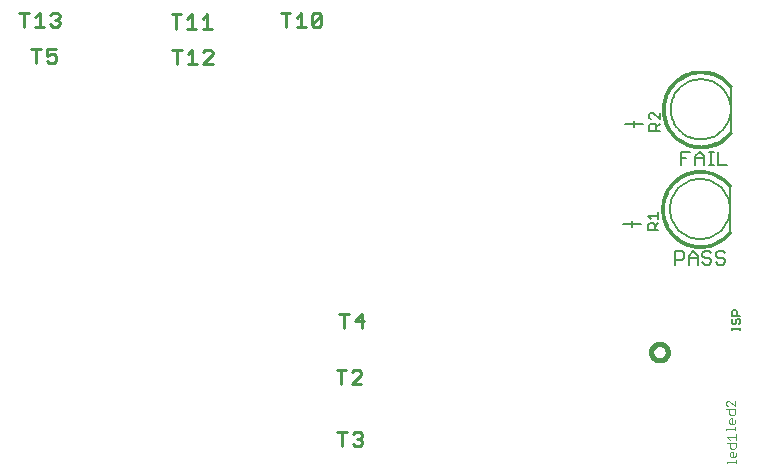
<source format=gto>
G75*
%MOIN*%
%OFA0B0*%
%FSLAX24Y24*%
%IPPOS*%
%LPD*%
%AMOC8*
5,1,8,0,0,1.08239X$1,22.5*
%
%ADD10C,0.0160*%
%ADD11C,0.0030*%
%ADD12C,0.0050*%
%ADD13C,0.0090*%
%ADD14C,0.0080*%
%ADD15C,0.0010*%
%ADD16C,0.0060*%
D10*
X021563Y007050D02*
X021565Y007083D01*
X021571Y007115D01*
X021580Y007146D01*
X021593Y007176D01*
X021610Y007204D01*
X021630Y007230D01*
X021652Y007253D01*
X021678Y007273D01*
X021705Y007291D01*
X021735Y007305D01*
X021766Y007315D01*
X021797Y007322D01*
X021830Y007325D01*
X021862Y007324D01*
X021895Y007319D01*
X021926Y007311D01*
X021956Y007298D01*
X021985Y007283D01*
X022011Y007264D01*
X022035Y007242D01*
X022057Y007217D01*
X022075Y007190D01*
X022090Y007161D01*
X022101Y007130D01*
X022109Y007099D01*
X022113Y007066D01*
X022113Y007034D01*
X022109Y007001D01*
X022101Y006970D01*
X022090Y006939D01*
X022075Y006910D01*
X022057Y006883D01*
X022035Y006858D01*
X022011Y006836D01*
X021985Y006817D01*
X021956Y006802D01*
X021926Y006789D01*
X021895Y006781D01*
X021862Y006776D01*
X021830Y006775D01*
X021797Y006778D01*
X021766Y006785D01*
X021735Y006795D01*
X021705Y006809D01*
X021678Y006827D01*
X021652Y006847D01*
X021630Y006870D01*
X021610Y006896D01*
X021593Y006924D01*
X021580Y006954D01*
X021571Y006985D01*
X021565Y007017D01*
X021563Y007050D01*
D11*
X024067Y005387D02*
X024067Y005291D01*
X024116Y005242D01*
X024164Y005141D02*
X024164Y004996D01*
X024212Y004948D01*
X024309Y004948D01*
X024358Y004996D01*
X024358Y005141D01*
X024067Y005141D01*
X024067Y005387D02*
X024116Y005436D01*
X024164Y005436D01*
X024358Y005242D01*
X024358Y005436D01*
X024261Y004846D02*
X024261Y004653D01*
X024309Y004653D02*
X024212Y004653D01*
X024164Y004701D01*
X024164Y004798D01*
X024212Y004846D01*
X024261Y004846D01*
X024358Y004798D02*
X024358Y004701D01*
X024309Y004653D01*
X024358Y004553D02*
X024358Y004456D01*
X024358Y004505D02*
X024067Y004505D01*
X024067Y004456D01*
X024382Y004328D02*
X024382Y004135D01*
X024382Y004232D02*
X024092Y004232D01*
X024189Y004135D01*
X024189Y004034D02*
X024189Y003889D01*
X024237Y003840D01*
X024334Y003840D01*
X024382Y003889D01*
X024382Y004034D01*
X024092Y004034D01*
X024237Y003739D02*
X024285Y003739D01*
X024285Y003546D01*
X024237Y003546D02*
X024189Y003594D01*
X024189Y003691D01*
X024237Y003739D01*
X024382Y003691D02*
X024382Y003594D01*
X024334Y003546D01*
X024237Y003546D01*
X024382Y003446D02*
X024382Y003349D01*
X024382Y003398D02*
X024092Y003398D01*
X024092Y003349D01*
D12*
X024255Y007779D02*
X024255Y007870D01*
X024255Y007825D02*
X024525Y007825D01*
X024525Y007870D02*
X024525Y007779D01*
X024480Y007976D02*
X024525Y008021D01*
X024525Y008111D01*
X024480Y008156D01*
X024435Y008156D01*
X024390Y008111D01*
X024390Y008021D01*
X024345Y007976D01*
X024300Y007976D01*
X024255Y008021D01*
X024255Y008111D01*
X024300Y008156D01*
X024255Y008271D02*
X024255Y008406D01*
X024300Y008451D01*
X024390Y008451D01*
X024435Y008406D01*
X024435Y008271D01*
X024525Y008271D02*
X024255Y008271D01*
X023957Y009967D02*
X023807Y009967D01*
X023732Y010042D01*
X023571Y010042D02*
X023571Y010117D01*
X023496Y010192D01*
X023346Y010192D01*
X023271Y010267D01*
X023271Y010342D01*
X023346Y010417D01*
X023496Y010417D01*
X023571Y010342D01*
X023732Y010342D02*
X023732Y010267D01*
X023807Y010192D01*
X023957Y010192D01*
X024032Y010117D01*
X024032Y010042D01*
X023957Y009967D01*
X024032Y010342D02*
X023957Y010417D01*
X023807Y010417D01*
X023732Y010342D01*
X023571Y010042D02*
X023496Y009967D01*
X023346Y009967D01*
X023271Y010042D01*
X023111Y009967D02*
X023111Y010267D01*
X022961Y010417D01*
X022811Y010267D01*
X022811Y009967D01*
X022811Y010192D02*
X023111Y010192D01*
X022651Y010192D02*
X022651Y010342D01*
X022576Y010417D01*
X022350Y010417D01*
X022350Y009967D01*
X022350Y010117D02*
X022576Y010117D01*
X022651Y010192D01*
X022572Y013289D02*
X022572Y013739D01*
X022872Y013739D01*
X023032Y013589D02*
X023182Y013739D01*
X023332Y013589D01*
X023332Y013289D01*
X023493Y013289D02*
X023643Y013289D01*
X023568Y013289D02*
X023568Y013739D01*
X023493Y013739D02*
X023643Y013739D01*
X023800Y013739D02*
X023800Y013289D01*
X024100Y013289D01*
X023332Y013514D02*
X023032Y013514D01*
X023032Y013589D02*
X023032Y013289D01*
X022722Y013514D02*
X022572Y013514D01*
D13*
X011253Y004391D02*
X011253Y003921D01*
X011611Y003999D02*
X011690Y003921D01*
X011847Y003921D01*
X011925Y003999D01*
X011925Y004077D01*
X011847Y004156D01*
X011768Y004156D01*
X011847Y004156D02*
X011925Y004234D01*
X011925Y004313D01*
X011847Y004391D01*
X011690Y004391D01*
X011611Y004313D01*
X011409Y004391D02*
X011096Y004391D01*
X011233Y005992D02*
X011233Y006463D01*
X011076Y006463D02*
X011390Y006463D01*
X011592Y006384D02*
X011670Y006463D01*
X011827Y006463D01*
X011905Y006384D01*
X011905Y006306D01*
X011592Y005992D01*
X011905Y005992D01*
X011925Y007848D02*
X011925Y008318D01*
X011690Y008083D01*
X012004Y008083D01*
X011488Y008318D02*
X011174Y008318D01*
X011331Y008318D02*
X011331Y007848D01*
X006942Y016668D02*
X006628Y016668D01*
X006942Y016981D01*
X006942Y017060D01*
X006864Y017138D01*
X006707Y017138D01*
X006628Y017060D01*
X006269Y017138D02*
X006269Y016668D01*
X006113Y016668D02*
X006426Y016668D01*
X006113Y016981D02*
X006269Y017138D01*
X005911Y017138D02*
X005597Y017138D01*
X005754Y017138D02*
X005754Y016668D01*
X005734Y017839D02*
X005734Y018309D01*
X005577Y018309D02*
X005891Y018309D01*
X006093Y018152D02*
X006250Y018309D01*
X006250Y017839D01*
X006093Y017839D02*
X006407Y017839D01*
X006609Y017839D02*
X006922Y017839D01*
X006765Y017839D02*
X006765Y018309D01*
X006609Y018152D01*
X009227Y018356D02*
X009540Y018356D01*
X009383Y018356D02*
X009383Y017885D01*
X009742Y017885D02*
X010056Y017885D01*
X009899Y017885D02*
X009899Y018356D01*
X009742Y018199D01*
X010258Y018277D02*
X010258Y017964D01*
X010572Y018277D01*
X010572Y017964D01*
X010493Y017885D01*
X010336Y017885D01*
X010258Y017964D01*
X010258Y018277D02*
X010336Y018356D01*
X010493Y018356D01*
X010572Y018277D01*
X001850Y018294D02*
X001850Y018215D01*
X001772Y018137D01*
X001850Y018059D01*
X001850Y017980D01*
X001772Y017902D01*
X001615Y017902D01*
X001536Y017980D01*
X001334Y017902D02*
X001021Y017902D01*
X001178Y017902D02*
X001178Y018372D01*
X001021Y018215D01*
X000819Y018372D02*
X000505Y018372D01*
X000662Y018372D02*
X000662Y017902D01*
X000899Y017152D02*
X001212Y017152D01*
X001056Y017152D02*
X001056Y016681D01*
X001415Y016760D02*
X001493Y016681D01*
X001650Y016681D01*
X001728Y016760D01*
X001728Y016917D01*
X001650Y016995D01*
X001571Y016995D01*
X001415Y016917D01*
X001415Y017152D01*
X001728Y017152D01*
X001772Y018137D02*
X001693Y018137D01*
X001536Y018294D02*
X001615Y018372D01*
X001772Y018372D01*
X001850Y018294D01*
D14*
X020677Y014645D02*
X020977Y014645D01*
X020977Y014745D01*
X020977Y014645D02*
X020977Y014545D01*
X020977Y014645D02*
X021277Y014645D01*
X024216Y014395D02*
X024216Y015895D01*
X024191Y012573D02*
X024191Y011073D01*
X021228Y011323D02*
X020928Y011323D01*
X020928Y011423D01*
X020928Y011323D02*
X020628Y011323D01*
X020928Y011323D02*
X020928Y011223D01*
D15*
X024223Y012603D02*
X024151Y012549D01*
X024152Y012550D02*
X024109Y012603D01*
X024064Y012654D01*
X024015Y012702D01*
X023964Y012747D01*
X023910Y012790D01*
X023854Y012829D01*
X023796Y012865D01*
X023736Y012898D01*
X023675Y012927D01*
X023611Y012952D01*
X023547Y012974D01*
X023481Y012993D01*
X023414Y013007D01*
X023347Y013018D01*
X023279Y013025D01*
X023211Y013028D01*
X023142Y013027D01*
X023074Y013022D01*
X023006Y013014D01*
X022939Y013001D01*
X022873Y012985D01*
X022808Y012965D01*
X022743Y012942D01*
X022681Y012915D01*
X022620Y012884D01*
X022561Y012850D01*
X022503Y012813D01*
X022448Y012772D01*
X022396Y012728D01*
X022346Y012682D01*
X022299Y012633D01*
X022254Y012581D01*
X022213Y012527D01*
X022174Y012470D01*
X022139Y012411D01*
X022108Y012351D01*
X022080Y012289D01*
X022055Y012225D01*
X022034Y012160D01*
X022017Y012094D01*
X022003Y012027D01*
X021994Y011959D01*
X021988Y011891D01*
X021986Y011823D01*
X021988Y011755D01*
X021994Y011687D01*
X022003Y011619D01*
X022017Y011552D01*
X022034Y011486D01*
X022055Y011421D01*
X022080Y011357D01*
X022108Y011295D01*
X022139Y011235D01*
X022174Y011176D01*
X022213Y011119D01*
X022254Y011065D01*
X022299Y011013D01*
X022346Y010964D01*
X022396Y010918D01*
X022448Y010874D01*
X022503Y010833D01*
X022561Y010796D01*
X022620Y010762D01*
X022681Y010731D01*
X022743Y010704D01*
X022808Y010681D01*
X022873Y010661D01*
X022939Y010645D01*
X023006Y010632D01*
X023074Y010624D01*
X023142Y010619D01*
X023211Y010618D01*
X023279Y010621D01*
X023347Y010628D01*
X023414Y010639D01*
X023481Y010653D01*
X023547Y010672D01*
X023611Y010694D01*
X023675Y010719D01*
X023736Y010748D01*
X023796Y010781D01*
X023854Y010817D01*
X023910Y010856D01*
X023964Y010899D01*
X024015Y010944D01*
X024064Y010992D01*
X024109Y011043D01*
X024152Y011096D01*
X024223Y011043D01*
X024224Y011042D01*
X024180Y010987D01*
X024132Y010934D01*
X024082Y010883D01*
X024029Y010836D01*
X023974Y010792D01*
X023916Y010750D01*
X023856Y010712D01*
X023795Y010677D01*
X023731Y010646D01*
X023666Y010618D01*
X023599Y010594D01*
X023531Y010573D01*
X023462Y010557D01*
X023392Y010544D01*
X023322Y010535D01*
X023251Y010529D01*
X023180Y010528D01*
X023109Y010531D01*
X023038Y010537D01*
X022968Y010547D01*
X022899Y010561D01*
X022830Y010579D01*
X022762Y010601D01*
X022696Y010626D01*
X022631Y010655D01*
X022568Y010688D01*
X022507Y010724D01*
X022448Y010763D01*
X022391Y010805D01*
X022336Y010850D01*
X022284Y010899D01*
X022235Y010950D01*
X022188Y011003D01*
X022145Y011060D01*
X022105Y011118D01*
X022068Y011179D01*
X022034Y011241D01*
X022004Y011305D01*
X021977Y011371D01*
X021954Y011438D01*
X021935Y011507D01*
X021920Y011576D01*
X021908Y011646D01*
X021900Y011717D01*
X021896Y011788D01*
X021896Y011858D01*
X021900Y011929D01*
X021908Y012000D01*
X021920Y012070D01*
X021935Y012139D01*
X021954Y012208D01*
X021977Y012275D01*
X022004Y012341D01*
X022034Y012405D01*
X022068Y012467D01*
X022105Y012528D01*
X022145Y012586D01*
X022188Y012643D01*
X022235Y012696D01*
X022284Y012747D01*
X022336Y012796D01*
X022391Y012841D01*
X022448Y012883D01*
X022507Y012922D01*
X022568Y012958D01*
X022631Y012991D01*
X022696Y013020D01*
X022762Y013045D01*
X022830Y013067D01*
X022899Y013085D01*
X022968Y013099D01*
X023038Y013109D01*
X023109Y013115D01*
X023180Y013118D01*
X023251Y013117D01*
X023322Y013111D01*
X023392Y013102D01*
X023462Y013089D01*
X023531Y013073D01*
X023599Y013052D01*
X023666Y013028D01*
X023731Y013000D01*
X023795Y012969D01*
X023856Y012934D01*
X023916Y012896D01*
X023974Y012854D01*
X024029Y012810D01*
X024082Y012763D01*
X024132Y012712D01*
X024180Y012659D01*
X024224Y012604D01*
X024217Y012599D01*
X024172Y012654D01*
X024125Y012707D01*
X024074Y012758D01*
X024021Y012805D01*
X023965Y012850D01*
X023907Y012891D01*
X023847Y012929D01*
X023785Y012964D01*
X023721Y012995D01*
X023655Y013022D01*
X023588Y013046D01*
X023519Y013066D01*
X023450Y013083D01*
X023380Y013095D01*
X023309Y013104D01*
X023238Y013108D01*
X023167Y013109D01*
X023096Y013105D01*
X023025Y013098D01*
X022954Y013087D01*
X022885Y013072D01*
X022816Y013053D01*
X022748Y013030D01*
X022682Y013004D01*
X022617Y012974D01*
X022555Y012940D01*
X022494Y012904D01*
X022435Y012863D01*
X022378Y012820D01*
X022324Y012773D01*
X022273Y012724D01*
X022225Y012671D01*
X022179Y012617D01*
X022137Y012559D01*
X022098Y012500D01*
X022062Y012438D01*
X022029Y012375D01*
X022001Y012310D01*
X021975Y012243D01*
X021954Y012175D01*
X021936Y012106D01*
X021923Y012036D01*
X021913Y011965D01*
X021907Y011894D01*
X021905Y011823D01*
X021907Y011752D01*
X021913Y011681D01*
X021923Y011610D01*
X021936Y011540D01*
X021954Y011471D01*
X021975Y011403D01*
X022001Y011336D01*
X022029Y011271D01*
X022062Y011208D01*
X022098Y011146D01*
X022137Y011087D01*
X022179Y011029D01*
X022225Y010975D01*
X022273Y010922D01*
X022324Y010873D01*
X022378Y010826D01*
X022435Y010783D01*
X022494Y010742D01*
X022555Y010706D01*
X022617Y010672D01*
X022682Y010642D01*
X022748Y010616D01*
X022816Y010593D01*
X022885Y010574D01*
X022954Y010559D01*
X023025Y010548D01*
X023096Y010541D01*
X023167Y010537D01*
X023238Y010538D01*
X023309Y010542D01*
X023380Y010551D01*
X023450Y010563D01*
X023519Y010580D01*
X023588Y010600D01*
X023655Y010624D01*
X023721Y010651D01*
X023785Y010682D01*
X023847Y010717D01*
X023907Y010755D01*
X023965Y010796D01*
X024021Y010841D01*
X024074Y010888D01*
X024125Y010939D01*
X024172Y010992D01*
X024217Y011047D01*
X024210Y011053D01*
X024165Y010998D01*
X024118Y010945D01*
X024068Y010895D01*
X024015Y010848D01*
X023960Y010804D01*
X023902Y010762D01*
X023843Y010725D01*
X023781Y010690D01*
X023717Y010659D01*
X023652Y010632D01*
X023585Y010608D01*
X023517Y010588D01*
X023448Y010572D01*
X023379Y010560D01*
X023308Y010551D01*
X023238Y010547D01*
X023167Y010546D01*
X023096Y010550D01*
X023026Y010557D01*
X022956Y010568D01*
X022887Y010583D01*
X022819Y010602D01*
X022751Y010624D01*
X022686Y010650D01*
X022621Y010680D01*
X022559Y010713D01*
X022499Y010750D01*
X022440Y010790D01*
X022384Y010833D01*
X022330Y010879D01*
X022280Y010929D01*
X022231Y010980D01*
X022186Y011035D01*
X022144Y011092D01*
X022105Y011151D01*
X022070Y011212D01*
X022037Y011275D01*
X022009Y011340D01*
X021984Y011406D01*
X021963Y011474D01*
X021945Y011542D01*
X021932Y011612D01*
X021922Y011682D01*
X021916Y011752D01*
X021914Y011823D01*
X021916Y011894D01*
X021922Y011964D01*
X021932Y012034D01*
X021945Y012104D01*
X021963Y012172D01*
X021984Y012240D01*
X022009Y012306D01*
X022037Y012371D01*
X022070Y012434D01*
X022105Y012495D01*
X022144Y012554D01*
X022186Y012611D01*
X022231Y012666D01*
X022280Y012717D01*
X022330Y012767D01*
X022384Y012813D01*
X022440Y012856D01*
X022499Y012896D01*
X022559Y012933D01*
X022621Y012966D01*
X022686Y012996D01*
X022751Y013022D01*
X022819Y013044D01*
X022887Y013063D01*
X022956Y013078D01*
X023026Y013089D01*
X023096Y013096D01*
X023167Y013100D01*
X023238Y013099D01*
X023308Y013095D01*
X023379Y013086D01*
X023448Y013074D01*
X023517Y013058D01*
X023585Y013038D01*
X023652Y013014D01*
X023717Y012987D01*
X023781Y012956D01*
X023843Y012921D01*
X023902Y012884D01*
X023960Y012842D01*
X024015Y012798D01*
X024068Y012751D01*
X024118Y012701D01*
X024165Y012648D01*
X024210Y012593D01*
X024202Y012588D01*
X024158Y012643D01*
X024110Y012696D01*
X024060Y012746D01*
X024007Y012794D01*
X023951Y012838D01*
X023893Y012879D01*
X023833Y012916D01*
X023771Y012951D01*
X023707Y012981D01*
X023641Y013008D01*
X023574Y013032D01*
X023506Y013051D01*
X023436Y013067D01*
X023366Y013079D01*
X023296Y013087D01*
X023225Y013091D01*
X023154Y013090D01*
X023083Y013086D01*
X023012Y013078D01*
X022942Y013066D01*
X022873Y013050D01*
X022805Y013031D01*
X022737Y013007D01*
X022672Y012980D01*
X022608Y012949D01*
X022546Y012915D01*
X022486Y012877D01*
X022428Y012835D01*
X022372Y012791D01*
X022319Y012744D01*
X022269Y012693D01*
X022222Y012640D01*
X022177Y012585D01*
X022136Y012527D01*
X022099Y012467D01*
X022064Y012404D01*
X022033Y012340D01*
X022006Y012275D01*
X021983Y012208D01*
X021963Y012139D01*
X021947Y012070D01*
X021935Y012000D01*
X021927Y011929D01*
X021923Y011859D01*
X021923Y011787D01*
X021927Y011717D01*
X021935Y011646D01*
X021947Y011576D01*
X021963Y011507D01*
X021983Y011438D01*
X022006Y011371D01*
X022033Y011306D01*
X022064Y011242D01*
X022099Y011179D01*
X022136Y011119D01*
X022177Y011061D01*
X022222Y011006D01*
X022269Y010953D01*
X022319Y010902D01*
X022372Y010855D01*
X022428Y010811D01*
X022486Y010769D01*
X022546Y010731D01*
X022608Y010697D01*
X022672Y010666D01*
X022737Y010639D01*
X022805Y010615D01*
X022873Y010596D01*
X022942Y010580D01*
X023012Y010568D01*
X023083Y010560D01*
X023154Y010556D01*
X023225Y010555D01*
X023296Y010559D01*
X023366Y010567D01*
X023436Y010579D01*
X023506Y010595D01*
X023574Y010614D01*
X023641Y010638D01*
X023707Y010665D01*
X023771Y010695D01*
X023833Y010730D01*
X023893Y010767D01*
X023951Y010808D01*
X024007Y010852D01*
X024060Y010900D01*
X024110Y010950D01*
X024158Y011003D01*
X024202Y011058D01*
X024195Y011064D01*
X024151Y011009D01*
X024104Y010956D01*
X024054Y010906D01*
X024001Y010859D01*
X023946Y010815D01*
X023888Y010775D01*
X023829Y010737D01*
X023767Y010703D01*
X023703Y010673D01*
X023638Y010646D01*
X023571Y010623D01*
X023503Y010603D01*
X023435Y010588D01*
X023365Y010576D01*
X023295Y010568D01*
X023224Y010564D01*
X023154Y010565D01*
X023083Y010569D01*
X023013Y010577D01*
X022944Y010589D01*
X022875Y010604D01*
X022807Y010624D01*
X022741Y010647D01*
X022676Y010674D01*
X022612Y010705D01*
X022550Y010739D01*
X022491Y010777D01*
X022433Y010818D01*
X022378Y010862D01*
X022325Y010909D01*
X022276Y010959D01*
X022229Y011011D01*
X022185Y011067D01*
X022144Y011124D01*
X022106Y011184D01*
X022072Y011246D01*
X022042Y011309D01*
X022015Y011374D01*
X021991Y011441D01*
X021972Y011509D01*
X021956Y011578D01*
X021944Y011647D01*
X021936Y011717D01*
X021932Y011788D01*
X021932Y011858D01*
X021936Y011929D01*
X021944Y011999D01*
X021956Y012068D01*
X021972Y012137D01*
X021991Y012205D01*
X022015Y012272D01*
X022042Y012337D01*
X022072Y012400D01*
X022106Y012462D01*
X022144Y012522D01*
X022185Y012579D01*
X022229Y012635D01*
X022276Y012687D01*
X022325Y012737D01*
X022378Y012784D01*
X022433Y012828D01*
X022491Y012869D01*
X022550Y012907D01*
X022612Y012941D01*
X022676Y012972D01*
X022741Y012999D01*
X022807Y013022D01*
X022875Y013042D01*
X022944Y013057D01*
X023013Y013069D01*
X023083Y013077D01*
X023154Y013081D01*
X023224Y013082D01*
X023295Y013078D01*
X023365Y013070D01*
X023435Y013058D01*
X023503Y013043D01*
X023571Y013023D01*
X023638Y013000D01*
X023703Y012973D01*
X023767Y012943D01*
X023829Y012909D01*
X023888Y012871D01*
X023946Y012831D01*
X024001Y012787D01*
X024054Y012740D01*
X024104Y012690D01*
X024151Y012637D01*
X024195Y012582D01*
X024188Y012577D01*
X024144Y012632D01*
X024097Y012684D01*
X024048Y012733D01*
X023995Y012780D01*
X023941Y012823D01*
X023883Y012864D01*
X023824Y012901D01*
X023763Y012935D01*
X023699Y012965D01*
X023635Y012992D01*
X023568Y013015D01*
X023501Y013034D01*
X023433Y013049D01*
X023364Y013061D01*
X023294Y013069D01*
X023224Y013073D01*
X023154Y013072D01*
X023084Y013068D01*
X023015Y013060D01*
X022946Y013049D01*
X022877Y013033D01*
X022810Y013014D01*
X022744Y012990D01*
X022679Y012963D01*
X022616Y012933D01*
X022555Y012899D01*
X022496Y012862D01*
X022438Y012821D01*
X022384Y012777D01*
X022332Y012731D01*
X022282Y012681D01*
X022235Y012629D01*
X022192Y012574D01*
X022151Y012517D01*
X022114Y012458D01*
X022080Y012396D01*
X022050Y012333D01*
X022023Y012268D01*
X022000Y012202D01*
X021981Y012135D01*
X021965Y012067D01*
X021953Y011998D01*
X021945Y011928D01*
X021941Y011858D01*
X021941Y011788D01*
X021945Y011718D01*
X021953Y011648D01*
X021965Y011579D01*
X021981Y011511D01*
X022000Y011444D01*
X022023Y011378D01*
X022050Y011313D01*
X022080Y011250D01*
X022114Y011188D01*
X022151Y011129D01*
X022192Y011072D01*
X022235Y011017D01*
X022282Y010965D01*
X022332Y010915D01*
X022384Y010869D01*
X022438Y010825D01*
X022496Y010784D01*
X022555Y010747D01*
X022616Y010713D01*
X022679Y010683D01*
X022744Y010656D01*
X022810Y010632D01*
X022877Y010613D01*
X022946Y010597D01*
X023015Y010586D01*
X023084Y010578D01*
X023154Y010574D01*
X023224Y010573D01*
X023294Y010577D01*
X023364Y010585D01*
X023433Y010597D01*
X023501Y010612D01*
X023568Y010631D01*
X023635Y010654D01*
X023699Y010681D01*
X023763Y010711D01*
X023824Y010745D01*
X023883Y010782D01*
X023941Y010823D01*
X023995Y010866D01*
X024048Y010913D01*
X024097Y010962D01*
X024144Y011014D01*
X024188Y011069D01*
X024181Y011074D01*
X024137Y011020D01*
X024091Y010968D01*
X024042Y010919D01*
X023990Y010873D01*
X023935Y010830D01*
X023878Y010790D01*
X023819Y010753D01*
X023758Y010719D01*
X023696Y010689D01*
X023631Y010663D01*
X023566Y010640D01*
X023499Y010621D01*
X023431Y010605D01*
X023362Y010594D01*
X023293Y010586D01*
X023224Y010582D01*
X023154Y010583D01*
X023085Y010587D01*
X023016Y010594D01*
X022947Y010606D01*
X022880Y010622D01*
X022813Y010641D01*
X022747Y010664D01*
X022683Y010691D01*
X022620Y010721D01*
X022559Y010755D01*
X022501Y010792D01*
X022444Y010832D01*
X022390Y010875D01*
X022338Y010922D01*
X022289Y010971D01*
X022242Y011023D01*
X022199Y011077D01*
X022159Y011134D01*
X022122Y011193D01*
X022088Y011254D01*
X022058Y011317D01*
X022031Y011381D01*
X022008Y011446D01*
X021989Y011513D01*
X021974Y011581D01*
X021962Y011650D01*
X021954Y011719D01*
X021950Y011788D01*
X021950Y011858D01*
X021954Y011927D01*
X021962Y011996D01*
X021974Y012065D01*
X021989Y012133D01*
X022008Y012200D01*
X022031Y012265D01*
X022058Y012329D01*
X022088Y012392D01*
X022122Y012453D01*
X022159Y012512D01*
X022199Y012569D01*
X022242Y012623D01*
X022289Y012675D01*
X022338Y012724D01*
X022390Y012771D01*
X022444Y012814D01*
X022501Y012854D01*
X022559Y012891D01*
X022620Y012925D01*
X022683Y012955D01*
X022747Y012982D01*
X022813Y013005D01*
X022880Y013024D01*
X022947Y013040D01*
X023016Y013052D01*
X023085Y013059D01*
X023154Y013063D01*
X023224Y013064D01*
X023293Y013060D01*
X023362Y013052D01*
X023431Y013041D01*
X023499Y013025D01*
X023566Y013006D01*
X023631Y012983D01*
X023696Y012957D01*
X023758Y012927D01*
X023819Y012893D01*
X023878Y012856D01*
X023935Y012816D01*
X023990Y012773D01*
X024042Y012727D01*
X024091Y012678D01*
X024137Y012626D01*
X024181Y012572D01*
X024174Y012566D01*
X024130Y012620D01*
X024084Y012671D01*
X024035Y012720D01*
X023984Y012766D01*
X023930Y012809D01*
X023873Y012849D01*
X023815Y012885D01*
X023754Y012919D01*
X023692Y012949D01*
X023628Y012975D01*
X023563Y012997D01*
X023497Y013016D01*
X023429Y013032D01*
X023361Y013043D01*
X023293Y013051D01*
X023224Y013055D01*
X023155Y013054D01*
X023086Y013050D01*
X023017Y013043D01*
X022949Y013031D01*
X022882Y013016D01*
X022815Y012996D01*
X022750Y012973D01*
X022687Y012947D01*
X022624Y012917D01*
X022564Y012884D01*
X022506Y012847D01*
X022449Y012807D01*
X022395Y012764D01*
X022344Y012718D01*
X022295Y012669D01*
X022249Y012617D01*
X022206Y012563D01*
X022166Y012507D01*
X022130Y012448D01*
X022096Y012388D01*
X022066Y012326D01*
X022040Y012262D01*
X022017Y012197D01*
X021998Y012130D01*
X021983Y012063D01*
X021971Y011995D01*
X021963Y011926D01*
X021959Y011858D01*
X021959Y011788D01*
X021963Y011720D01*
X021971Y011651D01*
X021983Y011583D01*
X021998Y011516D01*
X022017Y011449D01*
X022040Y011384D01*
X022066Y011320D01*
X022096Y011258D01*
X022130Y011198D01*
X022166Y011139D01*
X022206Y011083D01*
X022249Y011029D01*
X022295Y010977D01*
X022344Y010928D01*
X022395Y010882D01*
X022449Y010839D01*
X022506Y010799D01*
X022564Y010762D01*
X022624Y010729D01*
X022687Y010699D01*
X022750Y010673D01*
X022815Y010650D01*
X022882Y010630D01*
X022949Y010615D01*
X023017Y010603D01*
X023086Y010596D01*
X023155Y010592D01*
X023224Y010591D01*
X023293Y010595D01*
X023361Y010603D01*
X023429Y010614D01*
X023497Y010630D01*
X023563Y010649D01*
X023628Y010671D01*
X023692Y010697D01*
X023754Y010727D01*
X023815Y010761D01*
X023873Y010797D01*
X023930Y010837D01*
X023984Y010880D01*
X024035Y010926D01*
X024084Y010975D01*
X024130Y011026D01*
X024174Y011080D01*
X024166Y011085D01*
X024123Y011031D01*
X024077Y010980D01*
X024027Y010931D01*
X023976Y010885D01*
X023921Y010842D01*
X023864Y010802D01*
X023806Y010766D01*
X023745Y010732D01*
X023682Y010703D01*
X023618Y010677D01*
X023552Y010655D01*
X023485Y010636D01*
X023418Y010621D01*
X023349Y010610D01*
X023280Y010603D01*
X023211Y010600D01*
X023142Y010601D01*
X023072Y010606D01*
X023004Y010614D01*
X022936Y010627D01*
X022868Y010643D01*
X022802Y010664D01*
X022737Y010687D01*
X022673Y010715D01*
X022611Y010746D01*
X022551Y010781D01*
X022493Y010819D01*
X022437Y010860D01*
X022384Y010904D01*
X022333Y010951D01*
X022285Y011001D01*
X022240Y011054D01*
X022198Y011109D01*
X022159Y011166D01*
X022124Y011226D01*
X022092Y011287D01*
X022063Y011350D01*
X022038Y011415D01*
X022017Y011481D01*
X021999Y011548D01*
X021986Y011616D01*
X021976Y011685D01*
X021970Y011754D01*
X021968Y011823D01*
X021970Y011892D01*
X021976Y011961D01*
X021986Y012030D01*
X021999Y012098D01*
X022017Y012165D01*
X022038Y012231D01*
X022063Y012296D01*
X022092Y012359D01*
X022124Y012420D01*
X022159Y012480D01*
X022198Y012537D01*
X022240Y012592D01*
X022285Y012645D01*
X022333Y012695D01*
X022384Y012742D01*
X022437Y012786D01*
X022493Y012827D01*
X022551Y012865D01*
X022611Y012900D01*
X022673Y012931D01*
X022737Y012959D01*
X022802Y012982D01*
X022868Y013003D01*
X022936Y013019D01*
X023004Y013032D01*
X023072Y013040D01*
X023142Y013045D01*
X023211Y013046D01*
X023280Y013043D01*
X023349Y013036D01*
X023418Y013025D01*
X023485Y013010D01*
X023552Y012991D01*
X023618Y012969D01*
X023682Y012943D01*
X023745Y012914D01*
X023806Y012880D01*
X023864Y012844D01*
X023921Y012804D01*
X023976Y012761D01*
X024027Y012715D01*
X024077Y012666D01*
X024123Y012615D01*
X024166Y012561D01*
X024159Y012555D01*
X024116Y012609D01*
X024070Y012660D01*
X024021Y012709D01*
X023970Y012754D01*
X023916Y012797D01*
X023859Y012836D01*
X023801Y012873D01*
X023741Y012906D01*
X023678Y012935D01*
X023615Y012961D01*
X023549Y012983D01*
X023483Y013001D01*
X023416Y013016D01*
X023348Y013027D01*
X023279Y013034D01*
X023211Y013037D01*
X023142Y013036D01*
X023073Y013031D01*
X023005Y013023D01*
X022937Y013010D01*
X022871Y012994D01*
X022805Y012974D01*
X022740Y012950D01*
X022677Y012923D01*
X022616Y012892D01*
X022556Y012858D01*
X022498Y012820D01*
X022443Y012779D01*
X022390Y012735D01*
X022340Y012688D01*
X022292Y012639D01*
X022247Y012587D01*
X022205Y012532D01*
X022167Y012475D01*
X022132Y012416D01*
X022100Y012355D01*
X022071Y012292D01*
X022047Y012228D01*
X022025Y012162D01*
X022008Y012096D01*
X021995Y012028D01*
X021985Y011960D01*
X021979Y011892D01*
X021977Y011823D01*
X021979Y011754D01*
X021985Y011686D01*
X021995Y011618D01*
X022008Y011550D01*
X022025Y011484D01*
X022047Y011418D01*
X022071Y011354D01*
X022100Y011291D01*
X022132Y011230D01*
X022167Y011171D01*
X022205Y011114D01*
X022247Y011059D01*
X022292Y011007D01*
X022340Y010958D01*
X022390Y010911D01*
X022443Y010867D01*
X022498Y010826D01*
X022556Y010788D01*
X022616Y010754D01*
X022677Y010723D01*
X022740Y010696D01*
X022805Y010672D01*
X022871Y010652D01*
X022937Y010636D01*
X023005Y010623D01*
X023073Y010615D01*
X023142Y010610D01*
X023211Y010609D01*
X023279Y010612D01*
X023348Y010619D01*
X023416Y010630D01*
X023483Y010645D01*
X023549Y010663D01*
X023615Y010685D01*
X023678Y010711D01*
X023741Y010740D01*
X023801Y010773D01*
X023859Y010810D01*
X023916Y010849D01*
X023970Y010892D01*
X024021Y010937D01*
X024070Y010986D01*
X024116Y011037D01*
X024159Y011091D01*
X024248Y015925D02*
X024176Y015871D01*
X024177Y015872D02*
X024134Y015925D01*
X024089Y015976D01*
X024040Y016024D01*
X023989Y016069D01*
X023935Y016112D01*
X023879Y016151D01*
X023821Y016187D01*
X023761Y016220D01*
X023700Y016249D01*
X023636Y016274D01*
X023572Y016296D01*
X023506Y016315D01*
X023439Y016329D01*
X023372Y016340D01*
X023304Y016347D01*
X023236Y016350D01*
X023167Y016349D01*
X023099Y016344D01*
X023031Y016336D01*
X022964Y016323D01*
X022898Y016307D01*
X022833Y016287D01*
X022768Y016264D01*
X022706Y016237D01*
X022645Y016206D01*
X022586Y016172D01*
X022528Y016135D01*
X022473Y016094D01*
X022421Y016050D01*
X022371Y016004D01*
X022324Y015955D01*
X022279Y015903D01*
X022238Y015849D01*
X022199Y015792D01*
X022164Y015733D01*
X022133Y015673D01*
X022105Y015611D01*
X022080Y015547D01*
X022059Y015482D01*
X022042Y015416D01*
X022028Y015349D01*
X022019Y015281D01*
X022013Y015213D01*
X022011Y015145D01*
X022013Y015077D01*
X022019Y015009D01*
X022028Y014941D01*
X022042Y014874D01*
X022059Y014808D01*
X022080Y014743D01*
X022105Y014679D01*
X022133Y014617D01*
X022164Y014557D01*
X022199Y014498D01*
X022238Y014441D01*
X022279Y014387D01*
X022324Y014335D01*
X022371Y014286D01*
X022421Y014240D01*
X022473Y014196D01*
X022528Y014155D01*
X022586Y014118D01*
X022645Y014084D01*
X022706Y014053D01*
X022768Y014026D01*
X022833Y014003D01*
X022898Y013983D01*
X022964Y013967D01*
X023031Y013954D01*
X023099Y013946D01*
X023167Y013941D01*
X023236Y013940D01*
X023304Y013943D01*
X023372Y013950D01*
X023439Y013961D01*
X023506Y013975D01*
X023572Y013994D01*
X023636Y014016D01*
X023700Y014041D01*
X023761Y014070D01*
X023821Y014103D01*
X023879Y014139D01*
X023935Y014178D01*
X023989Y014221D01*
X024040Y014266D01*
X024089Y014314D01*
X024134Y014365D01*
X024177Y014418D01*
X024248Y014365D01*
X024249Y014364D01*
X024205Y014309D01*
X024157Y014256D01*
X024107Y014205D01*
X024054Y014158D01*
X023999Y014114D01*
X023941Y014072D01*
X023881Y014034D01*
X023820Y013999D01*
X023756Y013968D01*
X023691Y013940D01*
X023624Y013916D01*
X023556Y013895D01*
X023487Y013879D01*
X023417Y013866D01*
X023347Y013857D01*
X023276Y013851D01*
X023205Y013850D01*
X023134Y013853D01*
X023063Y013859D01*
X022993Y013869D01*
X022924Y013883D01*
X022855Y013901D01*
X022787Y013923D01*
X022721Y013948D01*
X022656Y013977D01*
X022593Y014010D01*
X022532Y014046D01*
X022473Y014085D01*
X022416Y014127D01*
X022361Y014172D01*
X022309Y014221D01*
X022260Y014272D01*
X022213Y014325D01*
X022170Y014382D01*
X022130Y014440D01*
X022093Y014501D01*
X022059Y014563D01*
X022029Y014627D01*
X022002Y014693D01*
X021979Y014760D01*
X021960Y014829D01*
X021945Y014898D01*
X021933Y014968D01*
X021925Y015039D01*
X021921Y015110D01*
X021921Y015180D01*
X021925Y015251D01*
X021933Y015322D01*
X021945Y015392D01*
X021960Y015461D01*
X021979Y015530D01*
X022002Y015597D01*
X022029Y015663D01*
X022059Y015727D01*
X022093Y015789D01*
X022130Y015850D01*
X022170Y015908D01*
X022213Y015965D01*
X022260Y016018D01*
X022309Y016069D01*
X022361Y016118D01*
X022416Y016163D01*
X022473Y016205D01*
X022532Y016244D01*
X022593Y016280D01*
X022656Y016313D01*
X022721Y016342D01*
X022787Y016367D01*
X022855Y016389D01*
X022924Y016407D01*
X022993Y016421D01*
X023063Y016431D01*
X023134Y016437D01*
X023205Y016440D01*
X023276Y016439D01*
X023347Y016433D01*
X023417Y016424D01*
X023487Y016411D01*
X023556Y016395D01*
X023624Y016374D01*
X023691Y016350D01*
X023756Y016322D01*
X023820Y016291D01*
X023881Y016256D01*
X023941Y016218D01*
X023999Y016176D01*
X024054Y016132D01*
X024107Y016085D01*
X024157Y016034D01*
X024205Y015981D01*
X024249Y015926D01*
X024242Y015921D01*
X024197Y015976D01*
X024150Y016029D01*
X024099Y016080D01*
X024046Y016127D01*
X023990Y016172D01*
X023932Y016213D01*
X023872Y016251D01*
X023810Y016286D01*
X023746Y016317D01*
X023680Y016344D01*
X023613Y016368D01*
X023544Y016388D01*
X023475Y016405D01*
X023405Y016417D01*
X023334Y016426D01*
X023263Y016430D01*
X023192Y016431D01*
X023121Y016427D01*
X023050Y016420D01*
X022979Y016409D01*
X022910Y016394D01*
X022841Y016375D01*
X022773Y016352D01*
X022707Y016326D01*
X022642Y016296D01*
X022580Y016262D01*
X022519Y016226D01*
X022460Y016185D01*
X022403Y016142D01*
X022349Y016095D01*
X022298Y016046D01*
X022250Y015993D01*
X022204Y015939D01*
X022162Y015881D01*
X022123Y015822D01*
X022087Y015760D01*
X022054Y015697D01*
X022026Y015632D01*
X022000Y015565D01*
X021979Y015497D01*
X021961Y015428D01*
X021948Y015358D01*
X021938Y015287D01*
X021932Y015216D01*
X021930Y015145D01*
X021932Y015074D01*
X021938Y015003D01*
X021948Y014932D01*
X021961Y014862D01*
X021979Y014793D01*
X022000Y014725D01*
X022026Y014658D01*
X022054Y014593D01*
X022087Y014530D01*
X022123Y014468D01*
X022162Y014409D01*
X022204Y014351D01*
X022250Y014297D01*
X022298Y014244D01*
X022349Y014195D01*
X022403Y014148D01*
X022460Y014105D01*
X022519Y014064D01*
X022580Y014028D01*
X022642Y013994D01*
X022707Y013964D01*
X022773Y013938D01*
X022841Y013915D01*
X022910Y013896D01*
X022979Y013881D01*
X023050Y013870D01*
X023121Y013863D01*
X023192Y013859D01*
X023263Y013860D01*
X023334Y013864D01*
X023405Y013873D01*
X023475Y013885D01*
X023544Y013902D01*
X023613Y013922D01*
X023680Y013946D01*
X023746Y013973D01*
X023810Y014004D01*
X023872Y014039D01*
X023932Y014077D01*
X023990Y014118D01*
X024046Y014163D01*
X024099Y014210D01*
X024150Y014261D01*
X024197Y014314D01*
X024242Y014369D01*
X024235Y014375D01*
X024190Y014320D01*
X024143Y014267D01*
X024093Y014217D01*
X024040Y014170D01*
X023985Y014126D01*
X023927Y014084D01*
X023868Y014047D01*
X023806Y014012D01*
X023742Y013981D01*
X023677Y013954D01*
X023610Y013930D01*
X023542Y013910D01*
X023473Y013894D01*
X023404Y013882D01*
X023333Y013873D01*
X023263Y013869D01*
X023192Y013868D01*
X023121Y013872D01*
X023051Y013879D01*
X022981Y013890D01*
X022912Y013905D01*
X022844Y013924D01*
X022776Y013946D01*
X022711Y013972D01*
X022646Y014002D01*
X022584Y014035D01*
X022524Y014072D01*
X022465Y014112D01*
X022409Y014155D01*
X022355Y014201D01*
X022305Y014251D01*
X022256Y014302D01*
X022211Y014357D01*
X022169Y014414D01*
X022130Y014473D01*
X022095Y014534D01*
X022062Y014597D01*
X022034Y014662D01*
X022009Y014728D01*
X021988Y014796D01*
X021970Y014864D01*
X021957Y014934D01*
X021947Y015004D01*
X021941Y015074D01*
X021939Y015145D01*
X021941Y015216D01*
X021947Y015286D01*
X021957Y015356D01*
X021970Y015426D01*
X021988Y015494D01*
X022009Y015562D01*
X022034Y015628D01*
X022062Y015693D01*
X022095Y015756D01*
X022130Y015817D01*
X022169Y015876D01*
X022211Y015933D01*
X022256Y015988D01*
X022305Y016039D01*
X022355Y016089D01*
X022409Y016135D01*
X022465Y016178D01*
X022524Y016218D01*
X022584Y016255D01*
X022646Y016288D01*
X022711Y016318D01*
X022776Y016344D01*
X022844Y016366D01*
X022912Y016385D01*
X022981Y016400D01*
X023051Y016411D01*
X023121Y016418D01*
X023192Y016422D01*
X023263Y016421D01*
X023333Y016417D01*
X023404Y016408D01*
X023473Y016396D01*
X023542Y016380D01*
X023610Y016360D01*
X023677Y016336D01*
X023742Y016309D01*
X023806Y016278D01*
X023868Y016243D01*
X023927Y016206D01*
X023985Y016164D01*
X024040Y016120D01*
X024093Y016073D01*
X024143Y016023D01*
X024190Y015970D01*
X024235Y015915D01*
X024227Y015910D01*
X024183Y015965D01*
X024135Y016018D01*
X024085Y016068D01*
X024032Y016116D01*
X023976Y016160D01*
X023918Y016201D01*
X023858Y016238D01*
X023796Y016273D01*
X023732Y016303D01*
X023666Y016330D01*
X023599Y016354D01*
X023531Y016373D01*
X023461Y016389D01*
X023391Y016401D01*
X023321Y016409D01*
X023250Y016413D01*
X023179Y016412D01*
X023108Y016408D01*
X023037Y016400D01*
X022967Y016388D01*
X022898Y016372D01*
X022830Y016353D01*
X022762Y016329D01*
X022697Y016302D01*
X022633Y016271D01*
X022571Y016237D01*
X022511Y016199D01*
X022453Y016157D01*
X022397Y016113D01*
X022344Y016066D01*
X022294Y016015D01*
X022247Y015962D01*
X022202Y015907D01*
X022161Y015849D01*
X022124Y015789D01*
X022089Y015726D01*
X022058Y015662D01*
X022031Y015597D01*
X022008Y015530D01*
X021988Y015461D01*
X021972Y015392D01*
X021960Y015322D01*
X021952Y015251D01*
X021948Y015181D01*
X021948Y015109D01*
X021952Y015039D01*
X021960Y014968D01*
X021972Y014898D01*
X021988Y014829D01*
X022008Y014760D01*
X022031Y014693D01*
X022058Y014628D01*
X022089Y014564D01*
X022124Y014501D01*
X022161Y014441D01*
X022202Y014383D01*
X022247Y014328D01*
X022294Y014275D01*
X022344Y014224D01*
X022397Y014177D01*
X022453Y014133D01*
X022511Y014091D01*
X022571Y014053D01*
X022633Y014019D01*
X022697Y013988D01*
X022762Y013961D01*
X022830Y013937D01*
X022898Y013918D01*
X022967Y013902D01*
X023037Y013890D01*
X023108Y013882D01*
X023179Y013878D01*
X023250Y013877D01*
X023321Y013881D01*
X023391Y013889D01*
X023461Y013901D01*
X023531Y013917D01*
X023599Y013936D01*
X023666Y013960D01*
X023732Y013987D01*
X023796Y014017D01*
X023858Y014052D01*
X023918Y014089D01*
X023976Y014130D01*
X024032Y014174D01*
X024085Y014222D01*
X024135Y014272D01*
X024183Y014325D01*
X024227Y014380D01*
X024220Y014386D01*
X024176Y014331D01*
X024129Y014278D01*
X024079Y014228D01*
X024026Y014181D01*
X023971Y014137D01*
X023913Y014097D01*
X023854Y014059D01*
X023792Y014025D01*
X023728Y013995D01*
X023663Y013968D01*
X023596Y013945D01*
X023528Y013925D01*
X023460Y013910D01*
X023390Y013898D01*
X023320Y013890D01*
X023249Y013886D01*
X023179Y013887D01*
X023108Y013891D01*
X023038Y013899D01*
X022969Y013911D01*
X022900Y013926D01*
X022832Y013946D01*
X022766Y013969D01*
X022701Y013996D01*
X022637Y014027D01*
X022575Y014061D01*
X022516Y014099D01*
X022458Y014140D01*
X022403Y014184D01*
X022350Y014231D01*
X022301Y014281D01*
X022254Y014333D01*
X022210Y014389D01*
X022169Y014446D01*
X022131Y014506D01*
X022097Y014568D01*
X022067Y014631D01*
X022040Y014696D01*
X022016Y014763D01*
X021997Y014831D01*
X021981Y014900D01*
X021969Y014969D01*
X021961Y015039D01*
X021957Y015110D01*
X021957Y015180D01*
X021961Y015251D01*
X021969Y015321D01*
X021981Y015390D01*
X021997Y015459D01*
X022016Y015527D01*
X022040Y015594D01*
X022067Y015659D01*
X022097Y015722D01*
X022131Y015784D01*
X022169Y015844D01*
X022210Y015901D01*
X022254Y015957D01*
X022301Y016009D01*
X022350Y016059D01*
X022403Y016106D01*
X022458Y016150D01*
X022516Y016191D01*
X022575Y016229D01*
X022637Y016263D01*
X022701Y016294D01*
X022766Y016321D01*
X022832Y016344D01*
X022900Y016364D01*
X022969Y016379D01*
X023038Y016391D01*
X023108Y016399D01*
X023179Y016403D01*
X023249Y016404D01*
X023320Y016400D01*
X023390Y016392D01*
X023460Y016380D01*
X023528Y016365D01*
X023596Y016345D01*
X023663Y016322D01*
X023728Y016295D01*
X023792Y016265D01*
X023854Y016231D01*
X023913Y016193D01*
X023971Y016153D01*
X024026Y016109D01*
X024079Y016062D01*
X024129Y016012D01*
X024176Y015959D01*
X024220Y015904D01*
X024213Y015899D01*
X024169Y015954D01*
X024122Y016006D01*
X024073Y016055D01*
X024020Y016102D01*
X023966Y016145D01*
X023908Y016186D01*
X023849Y016223D01*
X023788Y016257D01*
X023724Y016287D01*
X023660Y016314D01*
X023593Y016337D01*
X023526Y016356D01*
X023458Y016371D01*
X023389Y016383D01*
X023319Y016391D01*
X023249Y016395D01*
X023179Y016394D01*
X023109Y016390D01*
X023040Y016382D01*
X022971Y016371D01*
X022902Y016355D01*
X022835Y016336D01*
X022769Y016312D01*
X022704Y016285D01*
X022641Y016255D01*
X022580Y016221D01*
X022521Y016184D01*
X022463Y016143D01*
X022409Y016099D01*
X022357Y016053D01*
X022307Y016003D01*
X022260Y015951D01*
X022217Y015896D01*
X022176Y015839D01*
X022139Y015780D01*
X022105Y015718D01*
X022075Y015655D01*
X022048Y015590D01*
X022025Y015524D01*
X022006Y015457D01*
X021990Y015389D01*
X021978Y015320D01*
X021970Y015250D01*
X021966Y015180D01*
X021966Y015110D01*
X021970Y015040D01*
X021978Y014970D01*
X021990Y014901D01*
X022006Y014833D01*
X022025Y014766D01*
X022048Y014700D01*
X022075Y014635D01*
X022105Y014572D01*
X022139Y014510D01*
X022176Y014451D01*
X022217Y014394D01*
X022260Y014339D01*
X022307Y014287D01*
X022357Y014237D01*
X022409Y014191D01*
X022463Y014147D01*
X022521Y014106D01*
X022580Y014069D01*
X022641Y014035D01*
X022704Y014005D01*
X022769Y013978D01*
X022835Y013954D01*
X022902Y013935D01*
X022971Y013919D01*
X023040Y013908D01*
X023109Y013900D01*
X023179Y013896D01*
X023249Y013895D01*
X023319Y013899D01*
X023389Y013907D01*
X023458Y013919D01*
X023526Y013934D01*
X023593Y013953D01*
X023660Y013976D01*
X023724Y014003D01*
X023788Y014033D01*
X023849Y014067D01*
X023908Y014104D01*
X023966Y014145D01*
X024020Y014188D01*
X024073Y014235D01*
X024122Y014284D01*
X024169Y014336D01*
X024213Y014391D01*
X024206Y014396D01*
X024162Y014342D01*
X024116Y014290D01*
X024067Y014241D01*
X024015Y014195D01*
X023960Y014152D01*
X023903Y014112D01*
X023844Y014075D01*
X023783Y014041D01*
X023721Y014011D01*
X023656Y013985D01*
X023591Y013962D01*
X023524Y013943D01*
X023456Y013927D01*
X023387Y013916D01*
X023318Y013908D01*
X023249Y013904D01*
X023179Y013905D01*
X023110Y013909D01*
X023041Y013916D01*
X022972Y013928D01*
X022905Y013944D01*
X022838Y013963D01*
X022772Y013986D01*
X022708Y014013D01*
X022645Y014043D01*
X022584Y014077D01*
X022526Y014114D01*
X022469Y014154D01*
X022415Y014197D01*
X022363Y014244D01*
X022314Y014293D01*
X022267Y014345D01*
X022224Y014399D01*
X022184Y014456D01*
X022147Y014515D01*
X022113Y014576D01*
X022083Y014639D01*
X022056Y014703D01*
X022033Y014768D01*
X022014Y014835D01*
X021999Y014903D01*
X021987Y014972D01*
X021979Y015041D01*
X021975Y015110D01*
X021975Y015180D01*
X021979Y015249D01*
X021987Y015318D01*
X021999Y015387D01*
X022014Y015455D01*
X022033Y015522D01*
X022056Y015587D01*
X022083Y015651D01*
X022113Y015714D01*
X022147Y015775D01*
X022184Y015834D01*
X022224Y015891D01*
X022267Y015945D01*
X022314Y015997D01*
X022363Y016046D01*
X022415Y016093D01*
X022469Y016136D01*
X022526Y016176D01*
X022584Y016213D01*
X022645Y016247D01*
X022708Y016277D01*
X022772Y016304D01*
X022838Y016327D01*
X022905Y016346D01*
X022972Y016362D01*
X023041Y016374D01*
X023110Y016381D01*
X023179Y016385D01*
X023249Y016386D01*
X023318Y016382D01*
X023387Y016374D01*
X023456Y016363D01*
X023524Y016347D01*
X023591Y016328D01*
X023656Y016305D01*
X023721Y016279D01*
X023783Y016249D01*
X023844Y016215D01*
X023903Y016178D01*
X023960Y016138D01*
X024015Y016095D01*
X024067Y016049D01*
X024116Y016000D01*
X024162Y015948D01*
X024206Y015894D01*
X024199Y015888D01*
X024155Y015942D01*
X024109Y015993D01*
X024060Y016042D01*
X024009Y016088D01*
X023955Y016131D01*
X023898Y016171D01*
X023840Y016207D01*
X023779Y016241D01*
X023717Y016271D01*
X023653Y016297D01*
X023588Y016319D01*
X023522Y016338D01*
X023454Y016354D01*
X023386Y016365D01*
X023318Y016373D01*
X023249Y016377D01*
X023180Y016376D01*
X023111Y016372D01*
X023042Y016365D01*
X022974Y016353D01*
X022907Y016338D01*
X022840Y016318D01*
X022775Y016295D01*
X022712Y016269D01*
X022649Y016239D01*
X022589Y016206D01*
X022531Y016169D01*
X022474Y016129D01*
X022420Y016086D01*
X022369Y016040D01*
X022320Y015991D01*
X022274Y015939D01*
X022231Y015885D01*
X022191Y015829D01*
X022155Y015770D01*
X022121Y015710D01*
X022091Y015648D01*
X022065Y015584D01*
X022042Y015519D01*
X022023Y015452D01*
X022008Y015385D01*
X021996Y015317D01*
X021988Y015248D01*
X021984Y015180D01*
X021984Y015110D01*
X021988Y015042D01*
X021996Y014973D01*
X022008Y014905D01*
X022023Y014838D01*
X022042Y014771D01*
X022065Y014706D01*
X022091Y014642D01*
X022121Y014580D01*
X022155Y014520D01*
X022191Y014461D01*
X022231Y014405D01*
X022274Y014351D01*
X022320Y014299D01*
X022369Y014250D01*
X022420Y014204D01*
X022474Y014161D01*
X022531Y014121D01*
X022589Y014084D01*
X022649Y014051D01*
X022712Y014021D01*
X022775Y013995D01*
X022840Y013972D01*
X022907Y013952D01*
X022974Y013937D01*
X023042Y013925D01*
X023111Y013918D01*
X023180Y013914D01*
X023249Y013913D01*
X023318Y013917D01*
X023386Y013925D01*
X023454Y013936D01*
X023522Y013952D01*
X023588Y013971D01*
X023653Y013993D01*
X023717Y014019D01*
X023779Y014049D01*
X023840Y014083D01*
X023898Y014119D01*
X023955Y014159D01*
X024009Y014202D01*
X024060Y014248D01*
X024109Y014297D01*
X024155Y014348D01*
X024199Y014402D01*
X024191Y014407D01*
X024148Y014353D01*
X024102Y014302D01*
X024052Y014253D01*
X024001Y014207D01*
X023946Y014164D01*
X023889Y014124D01*
X023831Y014088D01*
X023770Y014054D01*
X023707Y014025D01*
X023643Y013999D01*
X023577Y013977D01*
X023510Y013958D01*
X023443Y013943D01*
X023374Y013932D01*
X023305Y013925D01*
X023236Y013922D01*
X023167Y013923D01*
X023097Y013928D01*
X023029Y013936D01*
X022961Y013949D01*
X022893Y013965D01*
X022827Y013986D01*
X022762Y014009D01*
X022698Y014037D01*
X022636Y014068D01*
X022576Y014103D01*
X022518Y014141D01*
X022462Y014182D01*
X022409Y014226D01*
X022358Y014273D01*
X022310Y014323D01*
X022265Y014376D01*
X022223Y014431D01*
X022184Y014488D01*
X022149Y014548D01*
X022117Y014609D01*
X022088Y014672D01*
X022063Y014737D01*
X022042Y014803D01*
X022024Y014870D01*
X022011Y014938D01*
X022001Y015007D01*
X021995Y015076D01*
X021993Y015145D01*
X021995Y015214D01*
X022001Y015283D01*
X022011Y015352D01*
X022024Y015420D01*
X022042Y015487D01*
X022063Y015553D01*
X022088Y015618D01*
X022117Y015681D01*
X022149Y015742D01*
X022184Y015802D01*
X022223Y015859D01*
X022265Y015914D01*
X022310Y015967D01*
X022358Y016017D01*
X022409Y016064D01*
X022462Y016108D01*
X022518Y016149D01*
X022576Y016187D01*
X022636Y016222D01*
X022698Y016253D01*
X022762Y016281D01*
X022827Y016304D01*
X022893Y016325D01*
X022961Y016341D01*
X023029Y016354D01*
X023097Y016362D01*
X023167Y016367D01*
X023236Y016368D01*
X023305Y016365D01*
X023374Y016358D01*
X023443Y016347D01*
X023510Y016332D01*
X023577Y016313D01*
X023643Y016291D01*
X023707Y016265D01*
X023770Y016236D01*
X023831Y016202D01*
X023889Y016166D01*
X023946Y016126D01*
X024001Y016083D01*
X024052Y016037D01*
X024102Y015988D01*
X024148Y015937D01*
X024191Y015883D01*
X024184Y015877D01*
X024141Y015931D01*
X024095Y015982D01*
X024046Y016031D01*
X023995Y016076D01*
X023941Y016119D01*
X023884Y016158D01*
X023826Y016195D01*
X023766Y016228D01*
X023703Y016257D01*
X023640Y016283D01*
X023574Y016305D01*
X023508Y016323D01*
X023441Y016338D01*
X023373Y016349D01*
X023304Y016356D01*
X023236Y016359D01*
X023167Y016358D01*
X023098Y016353D01*
X023030Y016345D01*
X022962Y016332D01*
X022896Y016316D01*
X022830Y016296D01*
X022765Y016272D01*
X022702Y016245D01*
X022641Y016214D01*
X022581Y016180D01*
X022523Y016142D01*
X022468Y016101D01*
X022415Y016057D01*
X022365Y016010D01*
X022317Y015961D01*
X022272Y015909D01*
X022230Y015854D01*
X022192Y015797D01*
X022157Y015738D01*
X022125Y015677D01*
X022096Y015614D01*
X022072Y015550D01*
X022050Y015484D01*
X022033Y015418D01*
X022020Y015350D01*
X022010Y015282D01*
X022004Y015214D01*
X022002Y015145D01*
X022004Y015076D01*
X022010Y015008D01*
X022020Y014940D01*
X022033Y014872D01*
X022050Y014806D01*
X022072Y014740D01*
X022096Y014676D01*
X022125Y014613D01*
X022157Y014552D01*
X022192Y014493D01*
X022230Y014436D01*
X022272Y014381D01*
X022317Y014329D01*
X022365Y014280D01*
X022415Y014233D01*
X022468Y014189D01*
X022523Y014148D01*
X022581Y014110D01*
X022641Y014076D01*
X022702Y014045D01*
X022765Y014018D01*
X022830Y013994D01*
X022896Y013974D01*
X022962Y013958D01*
X023030Y013945D01*
X023098Y013937D01*
X023167Y013932D01*
X023236Y013931D01*
X023304Y013934D01*
X023373Y013941D01*
X023441Y013952D01*
X023508Y013967D01*
X023574Y013985D01*
X023640Y014007D01*
X023703Y014033D01*
X023766Y014062D01*
X023826Y014095D01*
X023884Y014132D01*
X023941Y014171D01*
X023995Y014214D01*
X024046Y014259D01*
X024095Y014308D01*
X024141Y014359D01*
X024184Y014413D01*
D16*
X022216Y015145D02*
X022218Y015208D01*
X022224Y015270D01*
X022234Y015332D01*
X022247Y015394D01*
X022265Y015454D01*
X022286Y015513D01*
X022311Y015571D01*
X022340Y015627D01*
X022372Y015681D01*
X022407Y015733D01*
X022445Y015782D01*
X022487Y015830D01*
X022531Y015874D01*
X022579Y015916D01*
X022628Y015954D01*
X022680Y015989D01*
X022734Y016021D01*
X022790Y016050D01*
X022848Y016075D01*
X022907Y016096D01*
X022967Y016114D01*
X023029Y016127D01*
X023091Y016137D01*
X023153Y016143D01*
X023216Y016145D01*
X023279Y016143D01*
X023341Y016137D01*
X023403Y016127D01*
X023465Y016114D01*
X023525Y016096D01*
X023584Y016075D01*
X023642Y016050D01*
X023698Y016021D01*
X023752Y015989D01*
X023804Y015954D01*
X023853Y015916D01*
X023901Y015874D01*
X023945Y015830D01*
X023987Y015782D01*
X024025Y015733D01*
X024060Y015681D01*
X024092Y015627D01*
X024121Y015571D01*
X024146Y015513D01*
X024167Y015454D01*
X024185Y015394D01*
X024198Y015332D01*
X024208Y015270D01*
X024214Y015208D01*
X024216Y015145D01*
X024214Y015082D01*
X024208Y015020D01*
X024198Y014958D01*
X024185Y014896D01*
X024167Y014836D01*
X024146Y014777D01*
X024121Y014719D01*
X024092Y014663D01*
X024060Y014609D01*
X024025Y014557D01*
X023987Y014508D01*
X023945Y014460D01*
X023901Y014416D01*
X023853Y014374D01*
X023804Y014336D01*
X023752Y014301D01*
X023698Y014269D01*
X023642Y014240D01*
X023584Y014215D01*
X023525Y014194D01*
X023465Y014176D01*
X023403Y014163D01*
X023341Y014153D01*
X023279Y014147D01*
X023216Y014145D01*
X023153Y014147D01*
X023091Y014153D01*
X023029Y014163D01*
X022967Y014176D01*
X022907Y014194D01*
X022848Y014215D01*
X022790Y014240D01*
X022734Y014269D01*
X022680Y014301D01*
X022628Y014336D01*
X022579Y014374D01*
X022531Y014416D01*
X022487Y014460D01*
X022445Y014508D01*
X022407Y014557D01*
X022372Y014609D01*
X022340Y014663D01*
X022311Y014719D01*
X022286Y014777D01*
X022265Y014836D01*
X022247Y014896D01*
X022234Y014958D01*
X022224Y015020D01*
X022218Y015082D01*
X022216Y015145D01*
X021847Y015034D02*
X021847Y014807D01*
X021620Y015034D01*
X021563Y015034D01*
X021507Y014977D01*
X021507Y014864D01*
X021563Y014807D01*
X021563Y014665D02*
X021677Y014665D01*
X021733Y014609D01*
X021733Y014439D01*
X021733Y014552D02*
X021847Y014665D01*
X021847Y014439D02*
X021507Y014439D01*
X021507Y014609D01*
X021563Y014665D01*
X022191Y011823D02*
X022193Y011886D01*
X022199Y011948D01*
X022209Y012010D01*
X022222Y012072D01*
X022240Y012132D01*
X022261Y012191D01*
X022286Y012249D01*
X022315Y012305D01*
X022347Y012359D01*
X022382Y012411D01*
X022420Y012460D01*
X022462Y012508D01*
X022506Y012552D01*
X022554Y012594D01*
X022603Y012632D01*
X022655Y012667D01*
X022709Y012699D01*
X022765Y012728D01*
X022823Y012753D01*
X022882Y012774D01*
X022942Y012792D01*
X023004Y012805D01*
X023066Y012815D01*
X023128Y012821D01*
X023191Y012823D01*
X023254Y012821D01*
X023316Y012815D01*
X023378Y012805D01*
X023440Y012792D01*
X023500Y012774D01*
X023559Y012753D01*
X023617Y012728D01*
X023673Y012699D01*
X023727Y012667D01*
X023779Y012632D01*
X023828Y012594D01*
X023876Y012552D01*
X023920Y012508D01*
X023962Y012460D01*
X024000Y012411D01*
X024035Y012359D01*
X024067Y012305D01*
X024096Y012249D01*
X024121Y012191D01*
X024142Y012132D01*
X024160Y012072D01*
X024173Y012010D01*
X024183Y011948D01*
X024189Y011886D01*
X024191Y011823D01*
X024189Y011760D01*
X024183Y011698D01*
X024173Y011636D01*
X024160Y011574D01*
X024142Y011514D01*
X024121Y011455D01*
X024096Y011397D01*
X024067Y011341D01*
X024035Y011287D01*
X024000Y011235D01*
X023962Y011186D01*
X023920Y011138D01*
X023876Y011094D01*
X023828Y011052D01*
X023779Y011014D01*
X023727Y010979D01*
X023673Y010947D01*
X023617Y010918D01*
X023559Y010893D01*
X023500Y010872D01*
X023440Y010854D01*
X023378Y010841D01*
X023316Y010831D01*
X023254Y010825D01*
X023191Y010823D01*
X023128Y010825D01*
X023066Y010831D01*
X023004Y010841D01*
X022942Y010854D01*
X022882Y010872D01*
X022823Y010893D01*
X022765Y010918D01*
X022709Y010947D01*
X022655Y010979D01*
X022603Y011014D01*
X022554Y011052D01*
X022506Y011094D01*
X022462Y011138D01*
X022420Y011186D01*
X022382Y011235D01*
X022347Y011287D01*
X022315Y011341D01*
X022286Y011397D01*
X022261Y011455D01*
X022240Y011514D01*
X022222Y011574D01*
X022209Y011636D01*
X022199Y011698D01*
X022193Y011760D01*
X022191Y011823D01*
X021798Y011712D02*
X021798Y011485D01*
X021798Y011599D02*
X021457Y011599D01*
X021571Y011485D01*
X021514Y011344D02*
X021628Y011344D01*
X021684Y011287D01*
X021684Y011117D01*
X021684Y011230D02*
X021798Y011344D01*
X021798Y011117D02*
X021457Y011117D01*
X021457Y011287D01*
X021514Y011344D01*
M02*

</source>
